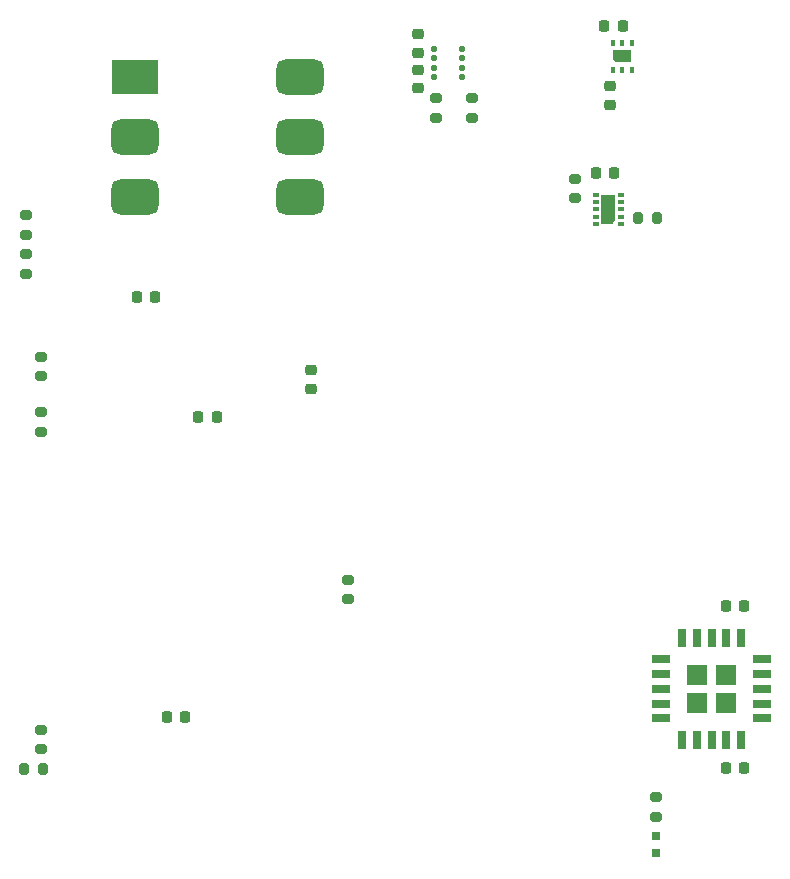
<source format=gbr>
%TF.GenerationSoftware,KiCad,Pcbnew,(6.0.1)*%
%TF.CreationDate,2023-01-07T23:02:53-08:00*%
%TF.ProjectId,Air Quality Sensor - R1,41697220-5175-4616-9c69-74792053656e,rev?*%
%TF.SameCoordinates,Original*%
%TF.FileFunction,Paste,Top*%
%TF.FilePolarity,Positive*%
%FSLAX46Y46*%
G04 Gerber Fmt 4.6, Leading zero omitted, Abs format (unit mm)*
G04 Created by KiCad (PCBNEW (6.0.1)) date 2023-01-07 23:02:53*
%MOMM*%
%LPD*%
G01*
G04 APERTURE LIST*
G04 Aperture macros list*
%AMRoundRect*
0 Rectangle with rounded corners*
0 $1 Rounding radius*
0 $2 $3 $4 $5 $6 $7 $8 $9 X,Y pos of 4 corners*
0 Add a 4 corners polygon primitive as box body*
4,1,4,$2,$3,$4,$5,$6,$7,$8,$9,$2,$3,0*
0 Add four circle primitives for the rounded corners*
1,1,$1+$1,$2,$3*
1,1,$1+$1,$4,$5*
1,1,$1+$1,$6,$7*
1,1,$1+$1,$8,$9*
0 Add four rect primitives between the rounded corners*
20,1,$1+$1,$2,$3,$4,$5,0*
20,1,$1+$1,$4,$5,$6,$7,0*
20,1,$1+$1,$6,$7,$8,$9,0*
20,1,$1+$1,$8,$9,$2,$3,0*%
%AMOutline4P*
0 Free polygon, 4 corners , with rotation*
0 The origin of the aperture is its center*
0 number of corners: always 4*
0 $1 to $8 corner X, Y*
0 $9 Rotation angle, in degrees counterclockwise*
0 create outline with 4 corners*
4,1,4,$1,$2,$3,$4,$5,$6,$7,$8,$1,$2,$9*%
%AMFreePoly0*
4,1,6,0.530000,-0.755000,-0.530000,-0.755000,-0.530000,0.510650,-0.285649,0.755000,0.530000,0.755000,0.530000,-0.755000,0.530000,-0.755000,$1*%
G04 Aperture macros list end*
%ADD10RoundRect,0.200000X0.275000X-0.200000X0.275000X0.200000X-0.275000X0.200000X-0.275000X-0.200000X0*%
%ADD11RoundRect,0.200000X0.200000X0.275000X-0.200000X0.275000X-0.200000X-0.275000X0.200000X-0.275000X0*%
%ADD12RoundRect,0.200000X-0.275000X0.200000X-0.275000X-0.200000X0.275000X-0.200000X0.275000X0.200000X0*%
%ADD13RoundRect,0.225000X-0.225000X-0.250000X0.225000X-0.250000X0.225000X0.250000X-0.225000X0.250000X0*%
%ADD14RoundRect,0.225000X0.225000X0.250000X-0.225000X0.250000X-0.225000X-0.250000X0.225000X-0.250000X0*%
%ADD15RoundRect,0.225000X-0.250000X0.225000X-0.250000X-0.225000X0.250000X-0.225000X0.250000X0.225000X0*%
%ADD16FreePoly0,90.000000*%
%ADD17R,0.400000X0.550000*%
%ADD18RoundRect,0.125000X-0.137500X0.125000X-0.137500X-0.125000X0.137500X-0.125000X0.137500X0.125000X0*%
%ADD19R,4.000000X3.000000*%
%ADD20RoundRect,0.750000X-1.250000X-0.750000X1.250000X-0.750000X1.250000X0.750000X-1.250000X0.750000X0*%
%ADD21R,1.000000X0.300000*%
%ADD22Outline4P,-0.650000X-0.150000X0.650000X-0.150000X0.350000X0.150000X-0.350000X0.150000X180.000000*%
%ADD23R,1.300000X2.200000*%
%ADD24R,0.600000X0.400000*%
%ADD25R,1.500000X0.800000*%
%ADD26R,0.800000X1.500000*%
%ADD27R,1.800000X1.800000*%
%ADD28RoundRect,0.225000X0.250000X-0.225000X0.250000X0.225000X-0.250000X0.225000X-0.250000X-0.225000X0*%
%ADD29R,0.800000X0.800000*%
G04 APERTURE END LIST*
D10*
%TO.C,R14*%
X9999988Y10696900D03*
X9999988Y12346900D03*
%TD*%
D11*
%TO.C,R13*%
X8539988Y8981900D03*
X10189988Y8981900D03*
%TD*%
D10*
%TO.C,R12*%
X62069988Y4981900D03*
X62069988Y6631900D03*
%TD*%
%TO.C,R9*%
X9999988Y37556900D03*
X9999988Y39206900D03*
%TD*%
D12*
%TO.C,R8*%
X9999988Y43906900D03*
X9999988Y42256900D03*
%TD*%
%TO.C,R7*%
X8729988Y52605900D03*
X8729988Y50955900D03*
%TD*%
D10*
%TO.C,R6*%
X8729988Y54257900D03*
X8729988Y55907900D03*
%TD*%
D12*
%TO.C,R5*%
X36034988Y25046900D03*
X36034988Y23396900D03*
%TD*%
D13*
%TO.C,C10*%
X23352500Y38826900D03*
X24902500Y38826900D03*
%TD*%
D14*
%TO.C,C9*%
X22204988Y13426900D03*
X20654988Y13426900D03*
%TD*%
%TO.C,C8*%
X19664988Y48986900D03*
X18114988Y48986900D03*
%TD*%
D15*
%TO.C,C7*%
X32859988Y42776900D03*
X32859988Y41226900D03*
%TD*%
D13*
%TO.C,C3*%
X69575000Y22800000D03*
X68025000Y22800000D03*
%TD*%
D15*
%TO.C,C2*%
X58224500Y65273000D03*
X58224500Y66823000D03*
%TD*%
D14*
%TO.C,C11*%
X57703500Y71890000D03*
X59253500Y71890000D03*
%TD*%
D13*
%TO.C,C1*%
X58571000Y59448000D03*
X57021000Y59448000D03*
%TD*%
D16*
%TO.C,U2*%
X59240500Y69350000D03*
D17*
X58440500Y70500000D03*
X59240500Y70500000D03*
X60040500Y70500000D03*
X60040500Y68200000D03*
X59240500Y68200000D03*
X58440500Y68200000D03*
%TD*%
D18*
%TO.C,U5*%
X43280500Y70010000D03*
X43280500Y69210000D03*
X43280500Y68410000D03*
X43280500Y67610000D03*
X45655500Y67610000D03*
X45655500Y68410000D03*
X45655500Y69210000D03*
X45655500Y70010000D03*
%TD*%
D19*
%TO.C,U6*%
X18015000Y67580000D03*
D20*
X18015000Y62500000D03*
X18015000Y57420000D03*
X31985000Y57420000D03*
X31985000Y62500000D03*
X31985000Y67580000D03*
%TD*%
D10*
%TO.C,R4*%
X46500000Y65825000D03*
X46500000Y64175000D03*
%TD*%
%TO.C,R3*%
X43452000Y65825000D03*
X43452000Y64175000D03*
%TD*%
D21*
%TO.C,U1*%
X57900000Y55300000D03*
D22*
X58050000Y55300000D03*
D23*
X58050000Y56550000D03*
D24*
X57000000Y55200000D03*
X57000000Y55800000D03*
X57000000Y56400000D03*
X57000000Y57000000D03*
X57000000Y57600000D03*
X59100000Y57600000D03*
X59100000Y57000000D03*
X59100000Y56400000D03*
X59100000Y55800000D03*
X59100000Y55200000D03*
%TD*%
D11*
%TO.C,R1*%
X60527000Y55638000D03*
X62177000Y55638000D03*
%TD*%
D25*
%TO.C,U3*%
X71100000Y13300000D03*
X71100000Y14550000D03*
X71100000Y15800000D03*
X71100000Y17050000D03*
X71100000Y18300000D03*
D26*
X69300000Y20100000D03*
X68050000Y20100000D03*
X66800000Y20100000D03*
X65550000Y20100000D03*
X64300000Y20100000D03*
D25*
X62500000Y18300000D03*
X62500000Y17050000D03*
X62500000Y15800000D03*
X62500000Y14550000D03*
X62500000Y13300000D03*
D26*
X64300000Y11500000D03*
X65550000Y11500000D03*
X66800000Y11500000D03*
X68050000Y11500000D03*
X69300000Y11500000D03*
D27*
X68000000Y17000000D03*
X65600000Y14600000D03*
X68000000Y14600000D03*
X65600000Y17000000D03*
%TD*%
D15*
%TO.C,C5*%
X41928000Y66651000D03*
X41928000Y68201000D03*
%TD*%
D28*
%TO.C,C6*%
X41928000Y71236000D03*
X41928000Y69686000D03*
%TD*%
D29*
%TO.C,D1*%
X62069988Y3381900D03*
X62069988Y1881900D03*
%TD*%
D10*
%TO.C,R2*%
X55240500Y59000000D03*
X55240500Y57350000D03*
%TD*%
D13*
%TO.C,C4*%
X69575000Y9084000D03*
X68025000Y9084000D03*
%TD*%
M02*

</source>
